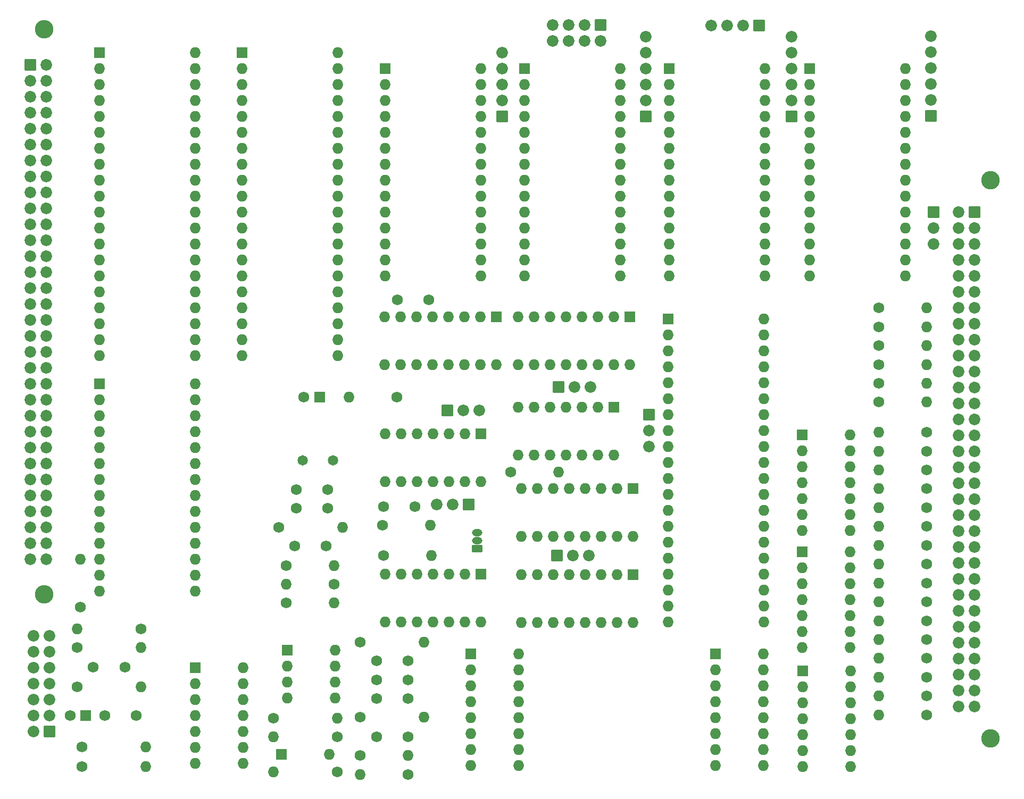
<source format=gbr>
G04 #@! TF.GenerationSoftware,KiCad,Pcbnew,7.0.7*
G04 #@! TF.CreationDate,2023-10-18T15:04:20+01:00*
G04 #@! TF.ProjectId,CA80,43413830-2e6b-4696-9361-645f70636258,V1.0*
G04 #@! TF.SameCoordinates,Original*
G04 #@! TF.FileFunction,Soldermask,Bot*
G04 #@! TF.FilePolarity,Negative*
%FSLAX46Y46*%
G04 Gerber Fmt 4.6, Leading zero omitted, Abs format (unit mm)*
G04 Created by KiCad (PCBNEW 7.0.7) date 2023-10-18 15:04:20*
%MOMM*%
%LPD*%
G01*
G04 APERTURE LIST*
G04 Aperture macros list*
%AMRoundRect*
0 Rectangle with rounded corners*
0 $1 Rounding radius*
0 $2 $3 $4 $5 $6 $7 $8 $9 X,Y pos of 4 corners*
0 Add a 4 corners polygon primitive as box body*
4,1,4,$2,$3,$4,$5,$6,$7,$8,$9,$2,$3,0*
0 Add four circle primitives for the rounded corners*
1,1,$1+$1,$2,$3*
1,1,$1+$1,$4,$5*
1,1,$1+$1,$6,$7*
1,1,$1+$1,$8,$9*
0 Add four rect primitives between the rounded corners*
20,1,$1+$1,$2,$3,$4,$5,0*
20,1,$1+$1,$4,$5,$6,$7,0*
20,1,$1+$1,$6,$7,$8,$9,0*
20,1,$1+$1,$8,$9,$2,$3,0*%
G04 Aperture macros list end*
%ADD10RoundRect,0.075000X-0.800000X0.800000X-0.800000X-0.800000X0.800000X-0.800000X0.800000X0.800000X0*%
%ADD11O,1.750000X1.750000*%
%ADD12RoundRect,0.075000X-0.800000X-0.800000X0.800000X-0.800000X0.800000X0.800000X-0.800000X0.800000X0*%
%ADD13RoundRect,0.075000X0.800000X0.800000X-0.800000X0.800000X-0.800000X-0.800000X0.800000X-0.800000X0*%
%ADD14C,1.750000*%
%ADD15C,1.650000*%
%ADD16C,2.950000*%
%ADD17RoundRect,0.075000X-0.850000X-0.850000X0.850000X-0.850000X0.850000X0.850000X-0.850000X0.850000X0*%
%ADD18C,1.850000*%
%ADD19RoundRect,0.075000X0.750000X-0.525000X0.750000X0.525000X-0.750000X0.525000X-0.750000X-0.525000X0*%
%ADD20O,1.650000X1.200000*%
%ADD21RoundRect,0.075000X-0.850000X0.850000X-0.850000X-0.850000X0.850000X-0.850000X0.850000X0.850000X0*%
%ADD22O,1.850000X1.850000*%
%ADD23RoundRect,0.075000X0.850000X-0.850000X0.850000X0.850000X-0.850000X0.850000X-0.850000X-0.850000X0*%
%ADD24RoundRect,0.075000X0.850000X0.850000X-0.850000X0.850000X-0.850000X-0.850000X0.850000X-0.850000X0*%
G04 APERTURE END LIST*
D10*
X78440000Y75620000D03*
D11*
X75900000Y75620000D03*
X73360000Y75620000D03*
X70820000Y75620000D03*
X68280000Y75620000D03*
X65740000Y75620000D03*
X63200000Y75620000D03*
X60660000Y75620000D03*
X60660000Y68000000D03*
X63200000Y68000000D03*
X65740000Y68000000D03*
X68280000Y68000000D03*
X70820000Y68000000D03*
X73360000Y68000000D03*
X75900000Y68000000D03*
X78440000Y68000000D03*
D12*
X15250000Y117680000D03*
D11*
X15250000Y115140000D03*
X15250000Y112600000D03*
X15250000Y110060000D03*
X15250000Y107520000D03*
X15250000Y104980000D03*
X15250000Y102440000D03*
X15250000Y99900000D03*
X15250000Y97360000D03*
X15250000Y94820000D03*
X15250000Y92280000D03*
X15250000Y89740000D03*
X15250000Y87200000D03*
X15250000Y84660000D03*
X15250000Y82120000D03*
X15250000Y79580000D03*
X15250000Y77040000D03*
X15250000Y74500000D03*
X15250000Y71960000D03*
X15250000Y69420000D03*
X30490000Y69420000D03*
X30490000Y71960000D03*
X30490000Y74500000D03*
X30490000Y77040000D03*
X30490000Y79580000D03*
X30490000Y82120000D03*
X30490000Y84660000D03*
X30490000Y87200000D03*
X30490000Y89740000D03*
X30490000Y92280000D03*
X30490000Y94820000D03*
X30490000Y97360000D03*
X30490000Y99900000D03*
X30490000Y102440000D03*
X30490000Y104980000D03*
X30490000Y107520000D03*
X30490000Y110060000D03*
X30490000Y112600000D03*
X30490000Y115140000D03*
X30490000Y117680000D03*
D13*
X50305112Y62800000D03*
D14*
X47805112Y62800000D03*
D12*
X128325000Y115150000D03*
D11*
X128325000Y112610000D03*
X128325000Y110070000D03*
X128325000Y107530000D03*
X128325000Y104990000D03*
X128325000Y102450000D03*
X128325000Y99910000D03*
X128325000Y97370000D03*
X128325000Y94830000D03*
X128325000Y92290000D03*
X128325000Y89750000D03*
X128325000Y87210000D03*
X128325000Y84670000D03*
X128325000Y82130000D03*
X143565000Y82130000D03*
X143565000Y84670000D03*
X143565000Y87210000D03*
X143565000Y89750000D03*
X143565000Y92290000D03*
X143565000Y94830000D03*
X143565000Y97370000D03*
X143565000Y99910000D03*
X143565000Y102450000D03*
X143565000Y104990000D03*
X143565000Y107530000D03*
X143565000Y110070000D03*
X143565000Y112610000D03*
X143565000Y115150000D03*
D10*
X99690000Y75620000D03*
D11*
X97150000Y75620000D03*
X94610000Y75620000D03*
X92070000Y75620000D03*
X89530000Y75620000D03*
X86990000Y75620000D03*
X84450000Y75620000D03*
X81910000Y75620000D03*
X81910000Y68000000D03*
X84450000Y68000000D03*
X86990000Y68000000D03*
X89530000Y68000000D03*
X92070000Y68000000D03*
X94610000Y68000000D03*
X97150000Y68000000D03*
X99690000Y68000000D03*
D12*
X60700000Y115145000D03*
D11*
X60700000Y112605000D03*
X60700000Y110065000D03*
X60700000Y107525000D03*
X60700000Y104985000D03*
X60700000Y102445000D03*
X60700000Y99905000D03*
X60700000Y97365000D03*
X60700000Y94825000D03*
X60700000Y92285000D03*
X60700000Y89745000D03*
X60700000Y87205000D03*
X60700000Y84665000D03*
X60700000Y82125000D03*
X75940000Y82125000D03*
X75940000Y84665000D03*
X75940000Y87205000D03*
X75940000Y89745000D03*
X75940000Y92285000D03*
X75940000Y94825000D03*
X75940000Y97365000D03*
X75940000Y99905000D03*
X75940000Y102445000D03*
X75940000Y104985000D03*
X75940000Y107525000D03*
X75940000Y110065000D03*
X75940000Y112605000D03*
X75940000Y115145000D03*
D14*
X62610000Y62800000D03*
D11*
X54990000Y62800000D03*
D12*
X38000000Y117680000D03*
D11*
X38000000Y115140000D03*
X38000000Y112600000D03*
X38000000Y110060000D03*
X38000000Y107520000D03*
X38000000Y104980000D03*
X38000000Y102440000D03*
X38000000Y99900000D03*
X38000000Y97360000D03*
X38000000Y94820000D03*
X38000000Y92280000D03*
X38000000Y89740000D03*
X38000000Y87200000D03*
X38000000Y84660000D03*
X38000000Y82120000D03*
X38000000Y79580000D03*
X38000000Y77040000D03*
X38000000Y74500000D03*
X38000000Y71960000D03*
X38000000Y69420000D03*
X53240000Y69420000D03*
X53240000Y71960000D03*
X53240000Y74500000D03*
X53240000Y77040000D03*
X53240000Y79580000D03*
X53240000Y82120000D03*
X53240000Y84660000D03*
X53240000Y87200000D03*
X53240000Y89740000D03*
X53240000Y92280000D03*
X53240000Y94820000D03*
X53240000Y97360000D03*
X53240000Y99900000D03*
X53240000Y102440000D03*
X53240000Y104980000D03*
X53240000Y107520000D03*
X53240000Y110060000D03*
X53240000Y112600000D03*
X53240000Y115140000D03*
X53240000Y117680000D03*
D12*
X105750000Y75230000D03*
D11*
X105750000Y72690000D03*
X105750000Y70150000D03*
X105750000Y67610000D03*
X105750000Y65070000D03*
X105750000Y62530000D03*
X105750000Y59990000D03*
X105750000Y57450000D03*
X105750000Y54910000D03*
X105750000Y52370000D03*
X105750000Y49830000D03*
X105750000Y47290000D03*
X105750000Y44750000D03*
X105750000Y42210000D03*
X105750000Y39670000D03*
X105750000Y37130000D03*
X105750000Y34590000D03*
X105750000Y32050000D03*
X105750000Y29510000D03*
X105750000Y26970000D03*
X120990000Y26970000D03*
X120990000Y29510000D03*
X120990000Y32050000D03*
X120990000Y34590000D03*
X120990000Y37130000D03*
X120990000Y39670000D03*
X120990000Y42210000D03*
X120990000Y44750000D03*
X120990000Y47290000D03*
X120990000Y49830000D03*
X120990000Y52370000D03*
X120990000Y54910000D03*
X120990000Y57450000D03*
X120990000Y59990000D03*
X120990000Y62530000D03*
X120990000Y65070000D03*
X120990000Y67610000D03*
X120990000Y70150000D03*
X120990000Y72690000D03*
X120990000Y75230000D03*
D12*
X82950000Y115145000D03*
D11*
X82950000Y112605000D03*
X82950000Y110065000D03*
X82950000Y107525000D03*
X82950000Y104985000D03*
X82950000Y102445000D03*
X82950000Y99905000D03*
X82950000Y97365000D03*
X82950000Y94825000D03*
X82950000Y92285000D03*
X82950000Y89745000D03*
X82950000Y87205000D03*
X82950000Y84665000D03*
X82950000Y82125000D03*
X98190000Y82125000D03*
X98190000Y84665000D03*
X98190000Y87205000D03*
X98190000Y89745000D03*
X98190000Y92285000D03*
X98190000Y94825000D03*
X98190000Y97365000D03*
X98190000Y99905000D03*
X98190000Y102445000D03*
X98190000Y104985000D03*
X98190000Y107525000D03*
X98190000Y110065000D03*
X98190000Y112605000D03*
X98190000Y115145000D03*
D10*
X75940000Y57000000D03*
D11*
X73400000Y57000000D03*
X70860000Y57000000D03*
X68320000Y57000000D03*
X65780000Y57000000D03*
X63240000Y57000000D03*
X60700000Y57000000D03*
X60700000Y49380000D03*
X63240000Y49380000D03*
X65780000Y49380000D03*
X68320000Y49380000D03*
X70860000Y49380000D03*
X73400000Y49380000D03*
X75940000Y49380000D03*
D12*
X105950000Y115150000D03*
D11*
X105950000Y112610000D03*
X105950000Y110070000D03*
X105950000Y107530000D03*
X105950000Y104990000D03*
X105950000Y102450000D03*
X105950000Y99910000D03*
X105950000Y97370000D03*
X105950000Y94830000D03*
X105950000Y92290000D03*
X105950000Y89750000D03*
X105950000Y87210000D03*
X105950000Y84670000D03*
X105950000Y82130000D03*
X121190000Y82130000D03*
X121190000Y84670000D03*
X121190000Y87210000D03*
X121190000Y89750000D03*
X121190000Y92290000D03*
X121190000Y94830000D03*
X121190000Y97370000D03*
X121190000Y99910000D03*
X121190000Y102450000D03*
X121190000Y104990000D03*
X121190000Y107530000D03*
X121190000Y110070000D03*
X121190000Y112610000D03*
X121190000Y115150000D03*
D10*
X75940000Y34600000D03*
D11*
X73400000Y34600000D03*
X70860000Y34600000D03*
X68320000Y34600000D03*
X65780000Y34600000D03*
X63240000Y34600000D03*
X60700000Y34600000D03*
X60700000Y26980000D03*
X63240000Y26980000D03*
X65780000Y26980000D03*
X68320000Y26980000D03*
X70860000Y26980000D03*
X73400000Y26980000D03*
X75940000Y26980000D03*
D12*
X15250000Y64910000D03*
D11*
X15250000Y62370000D03*
X15250000Y59830000D03*
X15250000Y57290000D03*
X15250000Y54750000D03*
X15250000Y52210000D03*
X15250000Y49670000D03*
X15250000Y47130000D03*
X15250000Y44590000D03*
X15250000Y42050000D03*
X15250000Y39510000D03*
X15250000Y36970000D03*
X15250000Y34430000D03*
X15250000Y31890000D03*
X30490000Y31890000D03*
X30490000Y34430000D03*
X30490000Y36970000D03*
X30490000Y39510000D03*
X30490000Y42050000D03*
X30490000Y44590000D03*
X30490000Y47130000D03*
X30490000Y49670000D03*
X30490000Y52210000D03*
X30490000Y54750000D03*
X30490000Y57290000D03*
X30490000Y59830000D03*
X30490000Y62370000D03*
X30490000Y64910000D03*
D15*
X52480000Y52700000D03*
X47600000Y52700000D03*
D16*
X6490000Y121380000D03*
X6490000Y31380000D03*
D17*
X4250000Y115750000D03*
D18*
X4250000Y113210000D03*
X4250000Y110670000D03*
X4250000Y108130000D03*
X4250000Y105590000D03*
X4250000Y103050000D03*
X4250000Y100510000D03*
X4250000Y97970000D03*
X4250000Y95430000D03*
X4250000Y92890000D03*
X4250000Y90350000D03*
X4250000Y87810000D03*
X4250000Y85270000D03*
X4250000Y82730000D03*
X4250000Y80190000D03*
X4250000Y77650000D03*
X4250000Y75110000D03*
X4250000Y72570000D03*
X4250000Y70030000D03*
X4250000Y67490000D03*
X4250000Y64950000D03*
X4250000Y62410000D03*
X4250000Y59870000D03*
X4250000Y57330000D03*
X4250000Y54790000D03*
X4250000Y52250000D03*
X4250000Y49710000D03*
X4250000Y47170000D03*
X4250000Y44630000D03*
X4250000Y42090000D03*
X4250000Y39550000D03*
X4250000Y37010000D03*
X6790000Y115750000D03*
X6790000Y113210000D03*
X6790000Y110670000D03*
X6790000Y108130000D03*
X6790000Y105590000D03*
X6790000Y103050000D03*
X6790000Y100510000D03*
X6790000Y97970000D03*
X6790000Y95430000D03*
X6790000Y92890000D03*
X6790000Y90350000D03*
X6790000Y87810000D03*
X6790000Y85270000D03*
X6790000Y82730000D03*
X6790000Y80190000D03*
X6790000Y77650000D03*
X6790000Y75110000D03*
X6790000Y72570000D03*
X6790000Y70030000D03*
X6790000Y67490000D03*
X6790000Y64950000D03*
X6790000Y62410000D03*
X6790000Y59870000D03*
X6790000Y57330000D03*
X6790000Y54790000D03*
X6790000Y52250000D03*
X6790000Y49710000D03*
X6790000Y47170000D03*
X6790000Y44630000D03*
X6790000Y42090000D03*
X6790000Y39550000D03*
X6790000Y37010000D03*
D19*
X75400000Y38660000D03*
D20*
X75400000Y39930000D03*
X75400000Y41200000D03*
D14*
X60500000Y45400000D03*
X65500000Y45400000D03*
X67700000Y78300000D03*
X62700000Y78300000D03*
X60290000Y42400000D03*
D11*
X67910000Y42400000D03*
D14*
X60490000Y37600000D03*
D11*
X68110000Y37600000D03*
D14*
X56800000Y5700000D03*
D11*
X64420000Y5700000D03*
D14*
X64420000Y2700000D03*
D11*
X56800000Y2700000D03*
D12*
X74380000Y21950000D03*
D11*
X74380000Y19410000D03*
X74380000Y16870000D03*
X74380000Y14330000D03*
X74380000Y11790000D03*
X74380000Y9250000D03*
X74380000Y6710000D03*
X74380000Y4170000D03*
X82000000Y4170000D03*
X82000000Y6710000D03*
X82000000Y9250000D03*
X82000000Y11790000D03*
X82000000Y14330000D03*
X82000000Y16870000D03*
X82000000Y19410000D03*
X82000000Y21950000D03*
D10*
X97140000Y61200000D03*
D11*
X94600000Y61200000D03*
X92060000Y61200000D03*
X89520000Y61200000D03*
X86980000Y61200000D03*
X84440000Y61200000D03*
X81900000Y61200000D03*
X81900000Y53580000D03*
X84440000Y53580000D03*
X86980000Y53580000D03*
X89520000Y53580000D03*
X92060000Y53580000D03*
X94600000Y53580000D03*
X97140000Y53580000D03*
D10*
X100180000Y48250000D03*
D11*
X97640000Y48250000D03*
X95100000Y48250000D03*
X92560000Y48250000D03*
X90020000Y48250000D03*
X87480000Y48250000D03*
X84940000Y48250000D03*
X82400000Y48250000D03*
X82400000Y40630000D03*
X84940000Y40630000D03*
X87480000Y40630000D03*
X90020000Y40630000D03*
X92560000Y40630000D03*
X95100000Y40630000D03*
X97640000Y40630000D03*
X100180000Y40630000D03*
D10*
X100200000Y34500000D03*
D11*
X97660000Y34500000D03*
X95120000Y34500000D03*
X92580000Y34500000D03*
X90040000Y34500000D03*
X87500000Y34500000D03*
X84960000Y34500000D03*
X82420000Y34500000D03*
X82420000Y26880000D03*
X84960000Y26880000D03*
X87500000Y26880000D03*
X90040000Y26880000D03*
X92580000Y26880000D03*
X95120000Y26880000D03*
X97660000Y26880000D03*
X100200000Y26880000D03*
D12*
X45180000Y22500000D03*
D11*
X45180000Y19960000D03*
X45180000Y17420000D03*
X45180000Y14880000D03*
X52800000Y14880000D03*
X52800000Y17420000D03*
X52800000Y19960000D03*
X52800000Y22500000D03*
D14*
X44970000Y36000000D03*
D11*
X52590000Y36000000D03*
D14*
X52590000Y33000000D03*
D11*
X44970000Y33000000D03*
D14*
X44970000Y30000000D03*
D11*
X52590000Y30000000D03*
D14*
X80690000Y50900000D03*
D11*
X88310000Y50900000D03*
D21*
X74000000Y45700000D03*
D22*
X71460000Y45700000D03*
X68920000Y45700000D03*
D23*
X70620000Y60700000D03*
D22*
X73160000Y60700000D03*
X75700000Y60700000D03*
D23*
X88100000Y37600000D03*
D22*
X90640000Y37600000D03*
X93180000Y37600000D03*
D14*
X51630000Y48100000D03*
X46630000Y48100000D03*
X51380000Y39100000D03*
X46380000Y39100000D03*
D24*
X102200000Y107500000D03*
D22*
X102200000Y110040000D03*
X102200000Y112580000D03*
X102200000Y115120000D03*
X102200000Y117660000D03*
X102200000Y120200000D03*
D24*
X147600000Y107550000D03*
D22*
X147600000Y110090000D03*
X147600000Y112630000D03*
X147600000Y115170000D03*
X147600000Y117710000D03*
X147600000Y120250000D03*
D16*
X157090000Y97330000D03*
X157090000Y8430000D03*
D21*
X154550000Y92250000D03*
D18*
X154550000Y89710000D03*
X154550000Y87170000D03*
X154550000Y84630000D03*
X154550000Y82090000D03*
X154550000Y79550000D03*
X154550000Y77010000D03*
X154550000Y74470000D03*
X154550000Y71930000D03*
X154550000Y69390000D03*
X154550000Y66850000D03*
X154550000Y64310000D03*
X154550000Y61770000D03*
X154550000Y59230000D03*
X154550000Y56690000D03*
X154550000Y54150000D03*
X154550000Y51610000D03*
X154550000Y49070000D03*
X154550000Y46530000D03*
X154550000Y43990000D03*
X154550000Y41450000D03*
X154550000Y38910000D03*
X154550000Y36370000D03*
X154550000Y33830000D03*
X154550000Y31290000D03*
X154550000Y28750000D03*
X154550000Y26210000D03*
X154550000Y23670000D03*
X154550000Y21130000D03*
X154550000Y18590000D03*
X154550000Y16050000D03*
X154550000Y13510000D03*
X152010000Y92250000D03*
X152010000Y89710000D03*
X152010000Y87170000D03*
X152010000Y84630000D03*
X152010000Y82090000D03*
X152010000Y79550000D03*
X152010000Y77010000D03*
X152010000Y74470000D03*
X152010000Y71930000D03*
X152010000Y69390000D03*
X152010000Y66850000D03*
X152010000Y64310000D03*
X152010000Y61770000D03*
X152010000Y59230000D03*
X152010000Y56690000D03*
X152010000Y54150000D03*
X152010000Y51610000D03*
X152010000Y49070000D03*
X152010000Y46530000D03*
X152010000Y43990000D03*
X152010000Y41450000D03*
X152010000Y38910000D03*
X152010000Y36370000D03*
X152010000Y33830000D03*
X152010000Y31290000D03*
X152010000Y28750000D03*
X152010000Y26210000D03*
X152010000Y23670000D03*
X152010000Y21130000D03*
X152010000Y18590000D03*
X152010000Y16050000D03*
X152010000Y13510000D03*
D14*
X19300000Y19800000D03*
X14300000Y19800000D03*
X16100000Y12100000D03*
X21100000Y12100000D03*
X59380000Y14800000D03*
X64380000Y14800000D03*
X11720000Y22900000D03*
D11*
X21880000Y22900000D03*
D14*
X11720000Y16700000D03*
D11*
X21880000Y16700000D03*
D14*
X12520000Y7100000D03*
D11*
X22680000Y7100000D03*
D14*
X12520000Y4000000D03*
D11*
X22680000Y4000000D03*
D14*
X56800000Y11800000D03*
D11*
X66960000Y11800000D03*
D14*
X64380000Y20800000D03*
X59380000Y20800000D03*
D24*
X7290000Y9510000D03*
D22*
X4750000Y9510000D03*
X7290000Y12050000D03*
X4750000Y12050000D03*
X7290000Y14590000D03*
X4750000Y14590000D03*
X7290000Y17130000D03*
X4750000Y17130000D03*
X7290000Y19670000D03*
X4750000Y19670000D03*
X7290000Y22210000D03*
X4750000Y22210000D03*
X7290000Y24750000D03*
X4750000Y24750000D03*
D14*
X12200000Y29390000D03*
D11*
X12200000Y37010000D03*
D14*
X53080000Y8700000D03*
D11*
X42920000Y8700000D03*
D14*
X53080000Y3100000D03*
D11*
X42920000Y3100000D03*
D14*
X21880000Y25900000D03*
D11*
X11720000Y25900000D03*
D12*
X127200000Y19240000D03*
D11*
X127200000Y16700000D03*
X127200000Y14160000D03*
X127200000Y11620000D03*
X127200000Y9080000D03*
X127200000Y6540000D03*
X127200000Y4000000D03*
X134820000Y4000000D03*
X134820000Y6540000D03*
X134820000Y9080000D03*
X134820000Y11620000D03*
X134820000Y14160000D03*
X134820000Y16700000D03*
X134820000Y19240000D03*
D17*
X102700000Y60040000D03*
D22*
X102700000Y57500000D03*
X102700000Y54960000D03*
D14*
X139340000Y77050000D03*
D11*
X146960000Y77050000D03*
D14*
X139340000Y74000000D03*
D11*
X146960000Y74000000D03*
D14*
X139350000Y71000000D03*
D11*
X146970000Y71000000D03*
D14*
X139350000Y68000000D03*
D11*
X146970000Y68000000D03*
D14*
X139340000Y65000000D03*
D11*
X146960000Y65000000D03*
D14*
X146920000Y51200000D03*
D11*
X139300000Y51200000D03*
D14*
X146910000Y45200000D03*
D11*
X139290000Y45200000D03*
D14*
X146910000Y42200000D03*
D11*
X139290000Y42200000D03*
D14*
X146910000Y39200000D03*
D11*
X139290000Y39200000D03*
D14*
X146910000Y36200000D03*
D11*
X139290000Y36200000D03*
D14*
X146910000Y33200000D03*
D11*
X139290000Y33200000D03*
D14*
X146910000Y30200000D03*
D11*
X139290000Y30200000D03*
D14*
X146910000Y27200000D03*
D11*
X139290000Y27200000D03*
D14*
X146910000Y24200000D03*
D11*
X139290000Y24200000D03*
D14*
X146910000Y21200000D03*
D11*
X139290000Y21200000D03*
D14*
X146910000Y18200000D03*
D11*
X139290000Y18200000D03*
D14*
X146910000Y15200000D03*
D11*
X139290000Y15200000D03*
D14*
X146910000Y12200000D03*
D11*
X139290000Y12200000D03*
D12*
X44190000Y5900000D03*
D11*
X51810000Y5900000D03*
D14*
X42920000Y11700000D03*
D11*
X53080000Y11700000D03*
D14*
X56800000Y23800000D03*
D11*
X66960000Y23800000D03*
D14*
X139340000Y62000000D03*
D11*
X146960000Y62000000D03*
D12*
X30500000Y19725000D03*
D11*
X30500000Y17185000D03*
X30500000Y14645000D03*
X30500000Y12105000D03*
X30500000Y9565000D03*
X30500000Y7025000D03*
X30500000Y4485000D03*
X38120000Y4485000D03*
X38120000Y7025000D03*
X38120000Y9565000D03*
X38120000Y12105000D03*
X38120000Y14645000D03*
X38120000Y17185000D03*
X38120000Y19725000D03*
D23*
X88320000Y64400000D03*
D22*
X90860000Y64400000D03*
X93400000Y64400000D03*
D24*
X79400000Y107480000D03*
D22*
X79400000Y110020000D03*
X79400000Y112560000D03*
X79400000Y115100000D03*
X79400000Y117640000D03*
D12*
X127100000Y38125000D03*
D11*
X127100000Y35585000D03*
X127100000Y33045000D03*
X127100000Y30505000D03*
X127100000Y27965000D03*
X127100000Y25425000D03*
X127100000Y22885000D03*
X134720000Y22885000D03*
X134720000Y25425000D03*
X134720000Y27965000D03*
X134720000Y30505000D03*
X134720000Y33045000D03*
X134720000Y35585000D03*
X134720000Y38125000D03*
D12*
X127100000Y56800000D03*
D11*
X127100000Y54260000D03*
X127100000Y51720000D03*
X127100000Y49180000D03*
X127100000Y46640000D03*
X127100000Y44100000D03*
X127100000Y41560000D03*
X134720000Y41560000D03*
X134720000Y44100000D03*
X134720000Y46640000D03*
X134720000Y49180000D03*
X134720000Y51720000D03*
X134720000Y54260000D03*
X134720000Y56800000D03*
D14*
X146910000Y48200000D03*
D11*
X139290000Y48200000D03*
D14*
X146920000Y54200000D03*
D11*
X139300000Y54200000D03*
D14*
X146920000Y57200000D03*
D11*
X139300000Y57200000D03*
D12*
X113280000Y21900000D03*
D11*
X113280000Y19360000D03*
X113280000Y16820000D03*
X113280000Y14280000D03*
X113280000Y11740000D03*
X113280000Y9200000D03*
X113280000Y6660000D03*
X113280000Y4120000D03*
X120900000Y4120000D03*
X120900000Y6660000D03*
X120900000Y9200000D03*
X120900000Y11740000D03*
X120900000Y14280000D03*
X120900000Y16820000D03*
X120900000Y19360000D03*
X120900000Y21900000D03*
D21*
X120230000Y121950000D03*
D22*
X117690000Y121950000D03*
X115150000Y121950000D03*
X112610000Y121950000D03*
D24*
X125400000Y107500000D03*
D22*
X125400000Y110040000D03*
X125400000Y112580000D03*
X125400000Y115120000D03*
X125400000Y117660000D03*
X125400000Y120200000D03*
D14*
X59380000Y8700000D03*
X64380000Y8700000D03*
X43800000Y42100000D03*
D11*
X53960000Y42100000D03*
D21*
X95020000Y122100000D03*
D22*
X95020000Y119560000D03*
X92480000Y122100000D03*
X92480000Y119560000D03*
X89940000Y122100000D03*
X89940000Y119560000D03*
X87400000Y122100000D03*
X87400000Y119560000D03*
D17*
X148000000Y92240000D03*
D22*
X148000000Y89700000D03*
X148000000Y87160000D03*
D13*
X13100000Y12100000D03*
D14*
X10600000Y12100000D03*
X64380000Y17800000D03*
X59380000Y17800000D03*
X51630000Y45100000D03*
X46630000Y45100000D03*
M02*

</source>
